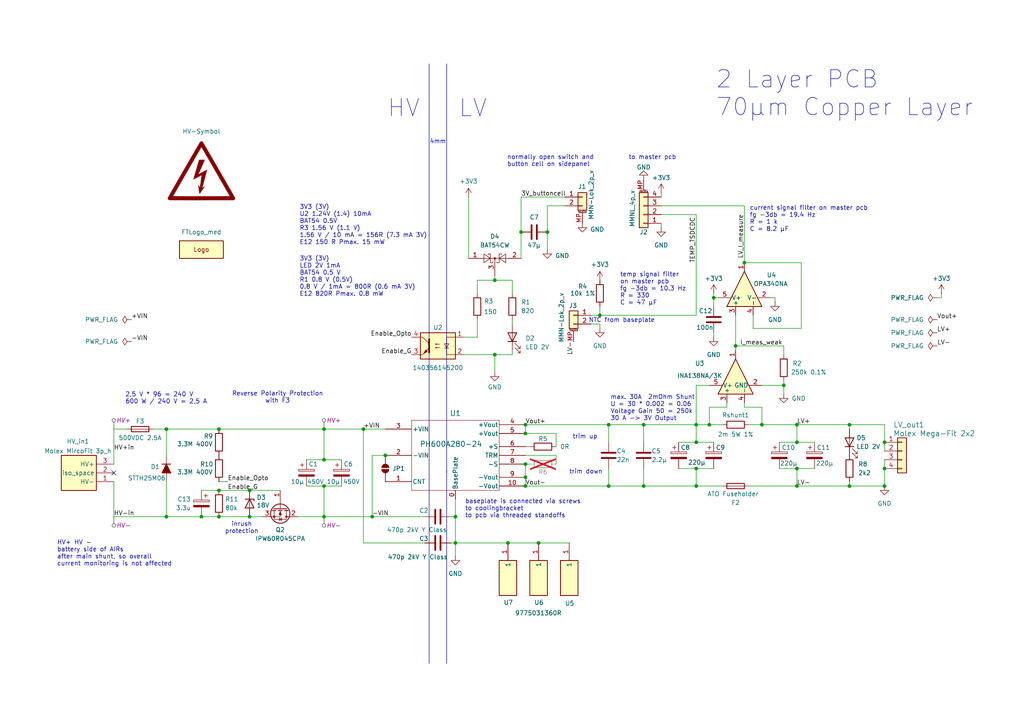
<source format=kicad_sch>
(kicad_sch (version 20250114) (generator "eeschema") (generator_version "9.0")
  (paper "A4")
  (title_block (title "TS-DCDC") (date "2024-12-12") (rev "0.5"))
  (lib_symbols
    (symbol "2024-11-18_21-41-11:PH600A280-24" (pin_names (offset 0.254))
      (property "Reference" "U1" (at 20.32 7.112 0))
      (property "Value" "PH600A280-24" (at 19.05 -1.778 0))
      (symbol "PH600A280-24_1_1"
        (pin power_in line (at 0 2.54 0) (length 7.62) (name "+VIN") (number "3"))
        (pin power_in line (at 0 -5.08 0) (length 7.62) (name "-VIN") (number "2"))
        (pin input line (at 0 -12.7 0) (length 7.62) (name "CNT") (number "1"))
        (pin passive line (at 20.32 -17.78 90) (length 2.54) (name "BasePlate") (number "0"))
        (pin power_out line (at 40.64 3.81 180) (length 7.62) (name "+Vout") (number "4"))
        (pin passive line (at 40.64 1.27 180) (length 7.62) (name "+Vout") (number "5"))
        (pin input line (at 40.64 -2.54 180) (length 7.62) (name "+S") (number "6"))
        (pin input line (at 40.64 -5.08 180) (length 7.62) (name "TRM") (number "7"))
        (pin input line (at 40.64 -7.62 180) (length 7.62) (name "-S") (number "8"))
        (pin passive line (at 40.64 -11.43 180) (length 7.62) (name "-Vout") (number "9"))
        (pin power_out line (at 40.64 -13.97 180) (length 7.62) (name "-Vout") (number "10"))
      )
    )
    (symbol "43650-0317:43650-0317"
      (property "Reference" "HV_in1" (at 18.542 -11.938 0))
      (property "Value" "Molex MircoFit 3p_h" (at 11.43 -9.398 0))
      (symbol "43650-0317_1_1"
        (pin power_out line (at 0 0 0) (length 5.08) (name "HV+") (number "3"))
        (pin passive line (at 0 -2.54 0) (length 5.08) (name "iso_space") (number "2"))
        (pin power_out line (at 0 -5.08 0) (length 5.08) (name "HV-") (number "1"))
      )
    )
    (symbol "9775031360R:9775031360R"
      (property "Reference" "U" (at 16.51 7.62 0))
      (property "Value" "9775031360R" (at 16.51 5.08 0))
      (symbol "9775031360R_1_1"
        (pin passive line (at 0 0 0) (length 5.08) (name "1") (number "1"))
      )
    )
    (symbol "Amplifier_Current:INA138" (pin_names (offset 0.127))
      (property "Reference" "U" (at 3.81 5.08 0))
      (property "Value" "INA138" (at 3.81 2.54 0))
      (symbol "INA138_1_1"
        (pin input line (at -7.62 2.54 0) (length 2.54) (name "+") (number "3"))
        (pin input line (at -7.62 -2.54 0) (length 2.54) (name "-") (number "4"))
        (pin power_in line (at -2.54 7.62 270) (length 3.81) (name "V+") (number "5"))
        (pin power_in line (at -2.54 -7.62 90) (length 3.81) (name "GND") (number "2"))
        (pin output line (at 7.62 0 180) (length 2.54) (name "~") (number "1"))
      )
    )
    (symbol "Amplifier_Operational:OPA340NA" (pin_names (offset 0.127))
      (property "Reference" "U" (at -1.27 6.35 0))
      (property "Value" "OPA340NA" (at -1.27 3.81 0))
      (symbol "OPA340NA_0_1"
        (pin power_in line (at -2.54 7.62 270) (length 3.81) (name "V+") (number "5"))
        (pin power_in line (at -2.54 -7.62 90) (length 3.81) (name "V-") (number "2"))
      )
      (symbol "OPA340NA_1_1"
        (pin input line (at -7.62 2.54 0) (length 2.54) (name "+") (number "3"))
        (pin input line (at -7.62 -2.54 0) (length 2.54) (name "-") (number "4"))
        (pin output line (at 7.62 0 180) (length 2.54) (name "~") (number "1"))
      )
    )
    (symbol "Conn_01x04_1" (pin_names (offset 1.016) (hide yes))
      (property "Reference" "LV_out1" (at -2.54 7.62 0))
      (property "Value" "Molex Mega-Fit 2x2" (at -2.54 5.08 0))
      (symbol "Conn_01x04_1_1_1"
        (pin power_in line (at -5.08 2.54 0) (length 3.81) (name "Pin_1") (number "1"))
        (pin power_in line (at -5.08 0 0) (length 3.81) (name "Pin_2") (number "2"))
        (pin power_in line (at -5.08 -2.54 0) (length 3.81) (name "Pin_3") (number "3"))
        (pin power_in line (at -5.08 -5.08 0) (length 3.81) (name "Pin_4") (number "4"))
      )
    )
    (symbol "Connector_Generic_MountingPin:Conn_01x02_MountingPin" (pin_names (offset 1.016) (hide yes))
      (property "Reference" "J" (at 0 2.54 0))
      (property "Value" "Conn_01x02_MountingPin" (at 1.27 -5.08 0))
      (symbol "Conn_01x02_MountingPin_1_1"
        (text "Mounting" (at 0 -4.191 0) (effects (font (size 0.381 0.381))))
        (pin passive line (at -5.08 0 0) (length 3.81) (name "Pin_1") (number "1"))
        (pin passive line (at -5.08 -2.54 0) (length 3.81) (name "Pin_2") (number "2"))
        (pin passive line (at 0 -7.62 90) (length 3.048) (name "MountPin") (number "MP"))
      )
    )
    (symbol "Connector_Generic_MountingPin:Conn_01x04_MountingPin" (pin_names (offset 1.016) (hide yes))
      (property "Reference" "J" (at 0 5.08 0))
      (property "Value" "Conn_01x04_MountingPin" (at 1.27 -7.62 0))
      (symbol "Conn_01x04_MountingPin_1_1"
        (text "Mounting" (at 0 -6.731 0) (effects (font (size 0.381 0.381))))
        (pin passive line (at -5.08 2.54 0) (length 3.81) (name "Pin_1") (number "1"))
        (pin passive line (at -5.08 0 0) (length 3.81) (name "Pin_2") (number "2"))
        (pin passive line (at -5.08 -2.54 0) (length 3.81) (name "Pin_3") (number "3"))
        (pin passive line (at -5.08 -5.08 0) (length 3.81) (name "Pin_4") (number "4"))
        (pin passive line (at 0 -10.16 90) (length 3.048) (name "MountPin") (number "MP"))
      )
    )
    (symbol "Device:C" (pin_numbers (hide yes)) (pin_names (offset 0.254))
      (property "Reference" "C" (at 0.635 2.54 0))
      (property "Value" "C" (at 0.635 -2.54 0))
      (symbol "C_1_1"
        (pin passive line (at 0 3.81 270) (length 2.794) (name "~") (number "1"))
        (pin passive line (at 0 -3.81 90) (length 2.794) (name "~") (number "2"))
      )
    )
    (symbol "Device:C_Polarized" (pin_numbers (hide yes)) (pin_names (offset 0.254))
      (property "Reference" "C" (at 0.635 2.54 0))
      (property "Value" "C_Polarized" (at 0.635 -2.54 0))
      (symbol "C_Polarized_1_1"
        (pin passive line (at 0 3.81 270) (length 2.794) (name "~") (number "1"))
        (pin passive line (at 0 -3.81 90) (length 2.794) (name "~") (number "2"))
      )
    )
    (symbol "Device:D_Filled" (pin_numbers (hide yes)) (pin_names (offset 1.016) (hide yes))
      (property "Reference" "D" (at 0 2.54 0))
      (property "Value" "D_Filled" (at 0 -2.54 0))
      (symbol "D_Filled_1_1"
        (pin passive line (at -3.81 0 0) (length 2.54) (name "K") (number "1"))
        (pin passive line (at 3.81 0 180) (length 2.54) (name "A") (number "2"))
      )
    )
    (symbol "Device:D_Zener" (pin_numbers (hide yes)) (pin_names (offset 1.016) (hide yes))
      (property "Reference" "D" (at 0 2.54 0))
      (property "Value" "D_Zener" (at 0 -2.54 0))
      (symbol "D_Zener_1_1"
        (pin passive line (at -3.81 0 0) (length 2.54) (name "K") (number "1"))
        (pin passive line (at 3.81 0 180) (length 2.54) (name "A") (number "2"))
      )
    )
    (symbol "Device:Fuse" (pin_numbers (hide yes)) (pin_names (offset 0))
      (property "Reference" "F" (at 2.032 0 90))
      (property "Value" "Fuse" (at -1.905 0 90))
      (symbol "Fuse_1_1"
        (pin passive line (at 0 3.81 270) (length 1.27) (name "~") (number "1"))
        (pin passive line (at 0 -3.81 90) (length 1.27) (name "~") (number "2"))
      )
    )
    (symbol "Device:LED" (pin_numbers (hide yes)) (pin_names (offset 1.016) (hide yes))
      (property "Reference" "D" (at 0 2.54 0))
      (property "Value" "LED" (at 0 -2.54 0))
      (symbol "LED_1_1"
        (pin passive line (at -3.81 0 0) (length 2.54) (name "K") (number "1"))
        (pin passive line (at 3.81 0 180) (length 2.54) (name "A") (number "2"))
      )
    )
    (symbol "Device:R" (pin_numbers (hide yes)) (pin_names (offset 0))
      (property "Reference" "R" (at 2.032 0 90))
      (property "Value" "R" (at 0 0 90))
      (symbol "R_1_1"
        (pin passive line (at 0 3.81 270) (length 1.27) (name "~") (number "1"))
        (pin passive line (at 0 -3.81 90) (length 1.27) (name "~") (number "2"))
      )
    )
    (symbol "Diode:BAT54CW" (pin_names (offset 1.016))
      (property "Reference" "D" (at 0.635 -3.81 0))
      (property "Value" "BAT54CW" (at -6.35 3.175 0))
      (symbol "BAT54CW_1_1"
        (pin passive line (at -7.62 0 0) (length 3.81) (name "~") (number "1"))
        (pin passive line (at 0 -5.08 90) (length 5.08) (name "~") (number "3"))
        (pin passive line (at 7.62 0 180) (length 3.81) (name "~") (number "2"))
      )
    )
    (symbol "FaSTTUBe_logos:FTLogo_med"
      (property "Value" "FTLogo_med" (at 0 -3.81 0))
      (symbol "FTLogo_med_0_0"
        (text "Logo" (at 0 0 0) (effects (font (size 1.27 1.27))))
      )
    )
    (symbol "FaSTTUBe_logos:HV-Symbol" (pin_names (offset 1.016))
      (property "Value" "HV-Symbol" (at 0 -10.16 0))
    )
    (symbol "Fuse_1" (pin_numbers (hide yes)) (pin_names (offset 0))
      (property "Reference" "F2" (at 4.826 0 90))
      (property "Value" "ATO Fuseholder" (at 2.286 0.762 90))
      (symbol "Fuse_1_1_1"
        (pin passive line (at 0 3.81 270) (length 1.27) (name "~") (number "1"))
        (pin passive line (at 0 -3.81 90) (length 1.27) (name "~") (number "2"))
      )
    )
    (symbol "Jumper:SolderJumper_2_Open" (pin_numbers (hide yes)) (pin_names (offset 0) (hide yes)) (exclude_from_sim yes) (in_bom no)
      (property "Reference" "JP" (at 0 2.032 0))
      (property "Value" "SolderJumper_2_Open" (at 0 -2.54 0))
      (symbol "SolderJumper_2_Open_1_1"
        (pin passive line (at -3.81 0 0) (length 2.54) (name "A") (number "1"))
        (pin passive line (at 3.81 0 180) (length 2.54) (name "B") (number "2"))
      )
    )
    (symbol "Relay_SolidState:34.81-7048"
      (property "Reference" "U2" (at 0 5.334 0))
      (property "Value" "140356145200" (at 0 -6.35 0))
      (symbol "34.81-7048_1_1"
        (pin passive line (at -7.62 2.54 0) (length 2.54) (name "") (number "1"))
        (pin passive line (at -7.62 -2.54 0) (length 2.54) (name "~") (number "2"))
        (pin passive line (at 7.62 2.54 180) (length 2.54) (name "~") (number "4"))
        (pin passive line (at 7.62 -2.54 180) (length 2.54) (name "~") (number "3"))
      )
    )
    (symbol "Transistor_FET:IPD50R380CE" (pin_names (hide yes))
      (property "Reference" "Q" (at 5.08 1.905 0))
      (property "Value" "IPD50R380CE" (at 5.08 0 0))
      (symbol "IPD50R380CE_1_1"
        (pin input line (at -5.08 0 0) (length 2.54) (name "G") (number "1"))
        (pin passive line (at 2.54 5.08 270) (length 2.54) (name "D") (number "2"))
        (pin passive line (at 2.54 -5.08 90) (length 2.54) (name "S") (number "3"))
      )
    )
    (symbol "power:+3V3" (power) (pin_numbers (hide yes)) (pin_names (offset 0) (hide yes))
      (property "Value" "+3V3" (at 0 3.556 0))
      (symbol "+3V3_1_1"
        (pin power_in line (at 0 0 90) (length 0) (name "~") (number "1"))
      )
    )
    (symbol "power:GND" (power) (pin_numbers (hide yes)) (pin_names (offset 0) (hide yes))
      (property "Value" "GND" (at 0 -3.81 0))
      (symbol "GND_1_1"
        (pin power_in line (at 0 0 270) (length 0) (name "~") (number "1"))
      )
    )
    (symbol "power:PWR_FLAG" (power) (pin_numbers (hide yes)) (pin_names (offset 0) (hide yes))
      (property "Value" "PWR_FLAG" (at 0 3.81 0))
      (symbol "PWR_FLAG_0_0"
        (pin power_out line (at 0 0 90) (length 0) (name "~") (number "1"))
      )
    )
  )
  (text "trim down" (at 169.926 136.906 0) (effects (font (size 1.27 1.27))))
  (text "inrush\nprotection" (at 70.104 153.162 0) (effects (font (size 1.27 1.27))))
  (text "3V3 (3V)\nU2 1.24V (1.4) 10mA\nBAT54 0.5V\nR3 1.56 V (1.1 V)\n1.56 V / 10 mA = 156R (7.3 mA 3V)\nE12 150 R Pmax. 15 mW\n" (at 86.868 65.278 0) (effects (font (size 1.27 1.27)) (justify left)))
  (text "max. 30A  2mOhm Shunt \nU = 30 * 0.002 = 0.06\nVoltage Gain 50 = 250k\n30 A -> 3V Output\n" (at 177.038 118.364 0) (effects (font (size 1.27 1.27)) (justify left)))
  (text "trim up" (at 169.672 126.746 0) (effects (font (size 1.27 1.27))))
  (text "2,5 V * 96 = 240 V\n600 W / 240 V = 2,5 A\n" (at 36.322 115.57 0) (effects (font (size 1.27 1.27)) (justify left)))
  (text "current signal filter on master pcb\nfg -3db = 19.4 Hz\nR = 1 k\nC = 8.2 µF\n" (at 217.424 63.5 0) (effects (font (size 1.27 1.27)) (justify left)))
  (text "LV" (at 137.16 31.496 0) (effects (font (size 5 5))))
  (text "4mm" (at 127 41.148 0) (effects (font (size 1.27 1.27))))
  (text "normally open switch and\nbutton cell on sidepanel\n " (at 147.066 44.958 0) (effects (font (size 1.27 1.27)) (justify left top)))
  (text "NTC from baseplate" (at 180.34 92.964 0) (effects (font (size 1.27 1.27))))
  (text "HV" (at 117.094 31.496 0) (effects (font (size 5 5))))
  (text "3V3 (3V)\nLED 2V 1mA\nBAT54 0.5 V \nR1 0.8 V (0.5V)\n0.8 V / 1mA = 800R (0.6 mA 3V)\nE12 820R Pmax. 0.8 mW" (at 86.868 80.264 0) (effects (font (size 1.27 1.27)) (justify left)))
  (text "HV+ HV -\nbattery side of AIRs\nafter main shunt, so overall \ncurrent monitoring is not affected" (at 16.51 160.528 0) (effects (font (size 1.27 1.27)) (justify left)))
  (text "to master pcb" (at 189.23 45.72 0) (effects (font (size 1.27 1.27))))
  (text "baseplate is connected via screws \nto coolingbracket\nto pcb via threaded standoffs\n" (at 134.874 147.574 0) (effects (font (size 1.27 1.27)) (justify left)))
  (text "temp signal filter \non master pcb\nfg -3db = 10.3 Hz\nR = 330\nC = 47 µF" (at 179.832 83.82 0) (effects (font (size 1.27 1.27)) (justify left)))
  (text "Reverse Polarity Protection\nwith F3" (at 80.518 115.316 0) (effects (font (size 1.27 1.27))))
  (text "2 Layer PCB \n70µm Copper Layer\n" (at 207.518 27.178 0) (effects (font (size 5 5)) (justify left)))
  (junction (at 152.4 134.62))
  (junction (at 186.69 123.19))
  (junction (at 207.01 86.36))
  (junction (at 63.5 124.46))
  (junction (at 48.26 124.46))
  (junction (at 143.51 81.28))
  (junction (at 201.93 128.27))
  (junction (at 107.95 149.86))
  (junction (at 213.36 100.33))
  (junction (at 48.26 149.86))
  (junction (at 231.14 123.19))
  (junction (at 176.53 123.19))
  (junction (at 105.41 124.46))
  (junction (at 151.13 67.31))
  (junction (at 152.4 138.43))
  (junction (at 147.32 157.48))
  (junction (at 201.93 135.89))
  (junction (at 152.4 123.19))
  (junction (at 246.38 123.19))
  (junction (at 132.08 157.48))
  (junction (at 72.39 142.24))
  (junction (at 152.4 140.97))
  (junction (at 205.74 123.19))
  (junction (at 201.93 123.19))
  (junction (at 176.53 140.97))
  (junction (at 72.39 149.86))
  (junction (at 231.14 128.27))
  (junction (at 231.14 135.89))
  (junction (at 93.98 149.86))
  (junction (at 173.99 91.44))
  (junction (at 158.75 67.31))
  (junction (at 156.21 157.48))
  (junction (at 152.4 125.73))
  (junction (at 201.93 140.97))
  (junction (at 220.98 123.19))
  (junction (at 132.08 149.86))
  (junction (at 256.54 128.27))
  (junction (at 111.76 132.08))
  (junction (at 58.42 149.86))
  (junction (at 93.98 124.46))
  (junction (at 186.69 140.97))
  (junction (at 93.98 140.97))
  (junction (at 215.9 76.2))
  (junction (at 246.38 140.97))
  (junction (at 256.54 135.89))
  (junction (at 227.33 111.76))
  (junction (at 256.54 140.97))
  (junction (at 143.51 102.87))
  (junction (at 231.14 140.97))
  (junction (at 63.5 149.86))
  (junction (at 93.98 133.35))
  (junction (at 63.5 142.24))
  (no_connect (at 33.02 137.16))
  (wire (pts (xy 231.14 135.89) (xy 231.14 140.97)))
  (wire (pts (xy 132.08 144.78) (xy 132.08 149.86)))
  (wire (pts (xy 72.39 142.24) (xy 81.28 142.24)))
  (wire (pts (xy 231.14 128.27) (xy 236.22 128.27)))
  (wire (pts (xy 48.26 149.86) (xy 58.42 149.86)))
  (wire (pts (xy 33.02 139.7) (xy 33.02 149.86)))
  (wire (pts (xy 176.53 123.19) (xy 176.53 128.27)))
  (wire (pts (xy 176.53 135.89) (xy 176.53 140.97)))
  (wire (pts (xy 158.75 59.69) (xy 158.75 67.31)))
  (wire (pts (xy 148.59 102.87) (xy 148.59 101.6)))
  (wire (pts (xy 201.93 123.19) (xy 205.74 123.19)))
  (wire (pts (xy 107.95 132.08) (xy 107.95 149.86)))
  (wire (pts (xy 152.4 134.62) (xy 153.67 134.62)))
  (wire (pts (xy 226.06 128.27) (xy 231.14 128.27)))
  (wire (pts (xy 72.39 149.86) (xy 76.2 149.86)))
  (wire (pts (xy 107.95 132.08) (xy 111.76 132.08)))
  (wire (pts (xy 201.93 111.76) (xy 205.74 111.76)))
  (wire (pts (xy 143.51 81.28) (xy 143.51 80.01)))
  (wire (pts (xy 273.05 86.36) (xy 271.78 86.36)))
  (wire (pts (xy 151.13 57.15) (xy 163.83 57.15)))
  (wire (pts (xy 132.08 149.86) (xy 130.81 149.86)))
  (wire (pts (xy 201.93 62.23) (xy 201.93 91.44)))
  (wire (pts (xy 152.4 132.08) (xy 161.29 132.08)))
  (wire (pts (xy 173.99 93.98) (xy 171.45 93.98)))
  (wire (pts (xy 138.43 81.28) (xy 138.43 85.09)))
  (wire (pts (xy 132.08 157.48) (xy 147.32 157.48)))
  (wire (pts (xy 44.45 124.46) (xy 48.26 124.46)))
  (wire (pts (xy 93.98 133.35) (xy 99.06 133.35)))
  (wire (pts (xy 205.74 123.19) (xy 209.55 123.19)))
  (wire (pts (xy 33.02 124.46) (xy 36.83 124.46)))
  (wire (pts (xy 134.62 97.79) (xy 138.43 97.79)))
  (wire (pts (xy 207.01 96.52) (xy 207.01 97.79)))
  (wire (pts (xy 201.93 111.76) (xy 201.93 123.19)))
  (wire (pts (xy 210.82 116.84) (xy 210.82 118.11)))
  (wire (pts (xy 210.82 118.11) (xy 205.74 118.11)))
  (wire (pts (xy 135.89 57.15) (xy 135.89 74.93)))
  (wire (pts (xy 33.02 124.46) (xy 33.02 134.62)))
  (wire (pts (xy 218.44 95.25) (xy 232.41 95.25)))
  (wire (pts (xy 161.29 134.62) (xy 161.29 132.08)))
  (wire (pts (xy 227.33 111.76) (xy 227.33 114.3)))
  (wire (pts (xy 152.4 123.19) (xy 176.53 123.19)))
  (polyline (pts (xy 124.46 18.542) (xy 124.46 192.405)))
  (wire (pts (xy 208.28 86.36) (xy 207.01 86.36)))
  (wire (pts (xy 191.77 66.04) (xy 191.77 64.77)))
  (wire (pts (xy 151.13 57.15) (xy 151.13 67.31)))
  (wire (pts (xy 152.4 138.43) (xy 152.4 134.62)))
  (wire (pts (xy 33.02 149.86) (xy 48.26 149.86)))
  (wire (pts (xy 217.17 140.97) (xy 231.14 140.97)))
  (wire (pts (xy 105.41 157.48) (xy 123.19 157.48)))
  (wire (pts (xy 105.41 124.46) (xy 111.76 124.46)))
  (wire (pts (xy 143.51 81.28) (xy 148.59 81.28)))
  (wire (pts (xy 143.51 102.87) (xy 148.59 102.87)))
  (wire (pts (xy 220.98 118.11) (xy 220.98 123.19)))
  (wire (pts (xy 66.04 139.7) (xy 63.5 139.7)))
  (wire (pts (xy 63.5 142.24) (xy 58.42 142.24)))
  (wire (pts (xy 224.79 87.63) (xy 224.79 86.36)))
  (wire (pts (xy 186.69 123.19) (xy 201.93 123.19)))
  (wire (pts (xy 152.4 129.54) (xy 153.67 129.54)))
  (wire (pts (xy 88.9 133.35) (xy 93.98 133.35)))
  (wire (pts (xy 213.36 91.44) (xy 213.36 100.33)))
  (wire (pts (xy 186.69 140.97) (xy 201.93 140.97)))
  (wire (pts (xy 173.99 88.9) (xy 173.99 91.44)))
  (wire (pts (xy 107.95 149.86) (xy 123.19 149.86)))
  (wire (pts (xy 63.5 149.86) (xy 72.39 149.86)))
  (wire (pts (xy 213.36 100.33) (xy 227.33 100.33)))
  (wire (pts (xy 173.99 91.44) (xy 201.93 91.44)))
  (wire (pts (xy 186.69 123.19) (xy 186.69 128.27)))
  (wire (pts (xy 220.98 111.76) (xy 227.33 111.76)))
  (wire (pts (xy 201.93 128.27) (xy 207.01 128.27)))
  (wire (pts (xy 186.69 135.89) (xy 186.69 140.97)))
  (wire (pts (xy 201.93 135.89) (xy 201.93 140.97)))
  (wire (pts (xy 158.75 67.31) (xy 158.75 72.39)))
  (wire (pts (xy 220.98 118.11) (xy 215.9 118.11)))
  (wire (pts (xy 226.06 135.89) (xy 231.14 135.89)))
  (wire (pts (xy 93.98 124.46) (xy 93.98 133.35)))
  (polyline (pts (xy 129.54 136.525) (xy 129.54 192.405)))
  (wire (pts (xy 93.98 140.97) (xy 99.06 140.97)))
  (wire (pts (xy 152.4 123.19) (xy 152.4 125.73)))
  (wire (pts (xy 191.77 57.15) (xy 191.77 55.88)))
  (wire (pts (xy 232.41 76.2) (xy 215.9 76.2)))
  (wire (pts (xy 201.93 140.97) (xy 209.55 140.97)))
  (wire (pts (xy 161.29 125.73) (xy 152.4 125.73)))
  (wire (pts (xy 93.98 124.46) (xy 105.41 124.46)))
  (wire (pts (xy 48.26 139.7) (xy 48.26 149.86)))
  (wire (pts (xy 205.74 118.11) (xy 205.74 123.19)))
  (wire (pts (xy 147.32 157.48) (xy 156.21 157.48)))
  (wire (pts (xy 138.43 81.28) (xy 143.51 81.28)))
  (wire (pts (xy 196.85 128.27) (xy 201.93 128.27)))
  (wire (pts (xy 196.85 135.89) (xy 201.93 135.89)))
  (wire (pts (xy 232.41 95.25) (xy 232.41 76.2)))
  (wire (pts (xy 93.98 140.97) (xy 88.9 140.97)))
  (wire (pts (xy 163.83 59.69) (xy 158.75 59.69)))
  (wire (pts (xy 246.38 124.46) (xy 246.38 123.19)))
  (wire (pts (xy 176.53 123.19) (xy 186.69 123.19)))
  (wire (pts (xy 213.36 100.33) (xy 213.36 101.6)))
  (wire (pts (xy 224.79 86.36) (xy 223.52 86.36)))
  (wire (pts (xy 173.99 91.44) (xy 171.45 91.44)))
  (wire (pts (xy 231.14 135.89) (xy 236.22 135.89)))
  (wire (pts (xy 217.17 123.19) (xy 220.98 123.19)))
  (wire (pts (xy 215.9 59.69) (xy 215.9 76.2)))
  (wire (pts (xy 231.14 140.97) (xy 246.38 140.97)))
  (wire (pts (xy 231.14 123.19) (xy 231.14 128.27)))
  (wire (pts (xy 201.93 135.89) (xy 207.01 135.89)))
  (wire (pts (xy 191.77 59.69) (xy 215.9 59.69)))
  (polyline (pts (xy 129.54 18.542) (xy 129.54 137.16)))
  (wire (pts (xy 86.36 149.86) (xy 93.98 149.86)))
  (wire (pts (xy 152.4 140.97) (xy 152.4 138.43)))
  (wire (pts (xy 48.26 132.08) (xy 48.26 124.46)))
  (wire (pts (xy 143.51 102.87) (xy 143.51 107.95)))
  (wire (pts (xy 152.4 140.97) (xy 176.53 140.97)))
  (wire (pts (xy 93.98 149.86) (xy 107.95 149.86)))
  (wire (pts (xy 256.54 128.27) (xy 256.54 130.81)))
  (wire (pts (xy 256.54 133.35) (xy 256.54 135.89)))
  (wire (pts (xy 246.38 123.19) (xy 256.54 123.19)))
  (wire (pts (xy 63.5 142.24) (xy 72.39 142.24)))
  (wire (pts (xy 176.53 140.97) (xy 186.69 140.97)))
  (wire (pts (xy 148.59 92.71) (xy 148.59 93.98)))
  (wire (pts (xy 48.26 124.46) (xy 63.5 124.46)))
  (wire (pts (xy 173.99 93.98) (xy 173.99 95.25)))
  (wire (pts (xy 215.9 118.11) (xy 215.9 116.84)))
  (wire (pts (xy 138.43 92.71) (xy 138.43 97.79)))
  (wire (pts (xy 256.54 135.89) (xy 256.54 140.97)))
  (wire (pts (xy 151.13 67.31) (xy 151.13 74.93)))
  (wire (pts (xy 58.42 149.86) (xy 63.5 149.86)))
  (wire (pts (xy 148.59 81.28) (xy 148.59 85.09)))
  (wire (pts (xy 161.29 129.54) (xy 161.29 125.73)))
  (wire (pts (xy 246.38 139.7) (xy 246.38 140.97)))
  (wire (pts (xy 132.08 157.48) (xy 130.81 157.48)))
  (wire (pts (xy 132.08 161.29) (xy 132.08 157.48)))
  (wire (pts (xy 105.41 124.46) (xy 105.41 157.48)))
  (wire (pts (xy 273.05 85.09) (xy 273.05 86.36)))
  (wire (pts (xy 63.5 124.46) (xy 93.98 124.46)))
  (wire (pts (xy 165.1 157.48) (xy 156.21 157.48)))
  (wire (pts (xy 227.33 100.33) (xy 227.33 102.87)))
  (wire (pts (xy 220.98 123.19) (xy 231.14 123.19)))
  (wire (pts (xy 207.01 86.36) (xy 207.01 85.09)))
  (wire (pts (xy 132.08 149.86) (xy 132.08 157.48)))
  (wire (pts (xy 256.54 140.97) (xy 246.38 140.97)))
  (wire (pts (xy 256.54 123.19) (xy 256.54 128.27)))
  (wire (pts (xy 207.01 86.36) (xy 207.01 88.9)))
  (wire (pts (xy 227.33 110.49) (xy 227.33 111.76)))
  (wire (pts (xy 143.51 102.87) (xy 134.62 102.87)))
  (wire (pts (xy 231.14 123.19) (xy 246.38 123.19)))
  (wire (pts (xy 201.93 62.23) (xy 191.77 62.23)))
  (wire (pts (xy 218.44 95.25) (xy 218.44 91.44)))
  (wire (pts (xy 93.98 149.86) (xy 93.98 140.97)))
  (wire (pts (xy 201.93 123.19) (xy 201.93 128.27)))
  (label "LV+" (at 231.14 123.19 0))
  (label "+VIN" (at 38.1 92.71 0))
  (label "LV-" (at 231.14 140.97 0))
  (label "Vout-" (at 152.4 140.97 0))
  (label "TEMP_TSDCDC" (at 201.93 76.2 90))
  (label "LV-" (at 271.78 100.33 0))
  (label "Vout+" (at 271.78 92.71 0))
  (label "-VIN" (at 38.1 99.06 0))
  (label "-VIN" (at 107.95 149.86 0))
  (label "LV_I_measure" (at 215.9 74.93 90))
  (label "HV+in" (at 33.02 130.81 0))
  (label "I_meas_weak" (at 214.63 100.33 0))
  (label "3V_buttoncell" (at 151.13 57.15 0))
  (label "LV-" (at 166.37 99.06 270))
  (label "Enable_G" (at 66.04 142.24 0))
  (label "HV-in" (at 33.02 149.86 0))
  (label "Enable_Opto" (at 66.04 139.7 0))
  (label "Vout+" (at 152.4 123.19 0))
  (label "Enable_G" (at 119.38 102.87 180))
  (label "Enable_Opto" (at 119.38 97.79 180))
  (label "+VIN" (at 105.41 124.46 0))
  (label "LV+" (at 271.78 96.52 0))
  (netclass_flag "" (length 2.54) (shape round) (at 33.02 124.46 0) (property "Netclass" "HV+" (at 33.7185 121.92 0) (effects (font (italic yes)) (justify left))))
  (netclass_flag "" (length 2.54) (shape round) (at 33.02 149.86 180) (property "Netclass" "HV-" (at 33.7185 152.4 0) (effects (font (italic yes)) (justify left))))
  (netclass_flag "" (length 2.54) (shape round) (at 93.98 124.46 0) (property "Netclass" "HV+" (at 94.6785 121.92 0) (effects (font (italic yes)) (justify left))))
  (netclass_flag "" (length 2.54) (shape round) (at 93.98 149.86 180) (property "Netclass" "HV-" (at 94.6785 152.4 0) (effects (font (italic yes)) (justify left))))
  (symbol (lib_id "9775031360R:9775031360R") (at 165.1 157.48 270) (unit 1)
    (property "Reference" "U5" (at 163.83 175.006 90) (effects (justify left)))
    (property "Value" "9775031360R" (effects (hide yes)))
    (property "Footprint" "9775031360R" (effects (hide yes)))
    (property "Datasheet" "https://www.we-online.com/components/products/datasheet/9775031360R.pdf" (effects (hide yes)))
    (property "Description" "Round Standoff Threaded M3 Steel 0.039\" (1.00mm)" (effects (hide yes)))
    (property "Height" "4.2" (effects (hide yes)))
    (property "Mouser Part Number" "710-9775031360R" (effects (hide yes)))
    (property "Mouser Price/Stock" "https://www.mouser.co.uk/ProductDetail/Wurth-Elektronik/9775031360R?qs=lBTPRtX1sU%252BooRt%2F6rjYpA%3D%3D" (effects (hide yes)))
    (property "Manufacturer_Name" "Wurth Elektronik" (effects (hide yes)))
    (property "Manufacturer_Part_Number" "9775031360R" (effects (hide yes)))
  )
  (symbol (lib_id "Device:LED") (at 148.59 97.79 90) (unit 1)
    (property "Reference" "D2" (at 152.4 98.1074 90) (effects (justify right)))
    (property "Value" "LED 2V" (at 152.4 100.6474 90) (effects (justify right)))
    (property "Footprint" "LED_SMD:LED_0603_1608Metric" (effects (hide yes)))
    (property "Description" "Light emitting diode" (effects (hide yes)))
  )
  (symbol (lib_id "Device:C_Polarized") (at 196.85 132.08 0) (unit 1)
    (property "Reference" "C8" (at 200.152 129.794 0) (effects (justify right)))
    (property "Value" "220µ" (at 204.724 134.112 0) (effects (justify right)))
    (property "Footprint" "Capacitor_THT:CP_Radial_D10.0mm_P5.00mm" (effects (hide yes)))
    (property "Datasheet" "https://mou.sr/3E8B9GR" (effects (hide yes)))
    (property "Description" "Polarized capacitor" (effects (hide yes)))
  )
  (symbol (lib_id "Device:C") (at 176.53 132.08 0) (unit 1)
    (property "Reference" "C4" (at 178.816 130.81 0) (effects (justify left)))
    (property "Value" "22n" (at 178.816 133.35 0) (effects (justify left)))
    (property "Footprint" "Capacitor_SMD:C_1206_3216Metric" (effects (hide yes)))
    (property "Description" "Unpolarized capacitor" (effects (hide yes)))
  )
  (symbol (lib_id "Device:R") (at 246.38 135.89 0) (unit 1)
    (property "Reference" "R8" (at 248.92 134.6199 0) (effects (justify left)))
    (property "Value" "2k2" (at 248.92 137.1599 0) (effects (justify left)))
    (property "Footprint" "Resistor_SMD:R_0603_1608Metric" (effects (hide yes)))
    (property "Description" "Resistor" (effects (hide yes)))
  )
  (symbol (lib_id "Connector_Generic_MountingPin:Conn_01x04_MountingPin") (at 186.69 62.23 180) (unit 1)
    (property "Reference" "J2" (at 186.69 67.31 0))
    (property "Value" "MMNL_4p_v" (at 183.388 60.452 90))
    (property "Footprint" "FaSTTUBe_connectors:Micro_Mate-N-Lok_4p_vertical" (effects (hide yes)))
    (property "Description" "Generic connectable mounting pin connector, single row, 01x04, script generated (kicad-library-utils/schlib/autogen/connector/)" (effects (hide yes)))
  )
  (symbol (lib_id "power:GND") (at 256.54 140.97 0) (unit 1)
    (property "Reference" "#PWR01" (effects (hide yes)))
    (property "Value" "GND" (at 256.54 146.05 0))
    (property "Description" "Power symbol creates a global label with name \"GND\" , ground" (effects (hide yes)))
  )
  (symbol (lib_id "Device:R") (at 157.48 129.54 90) (unit 1)
    (property "Reference" "R5" (at 157.48 127.254 90))
    (property "Value" "0R" (at 163.83 129.54 90))
    (property "Footprint" "Resistor_SMD:R_0603_1608Metric" (effects (hide yes)))
    (property "Description" "Resistor" (effects (hide yes)))
  )
  (symbol (lib_id "power:PWR_FLAG") (at 38.1 92.71 90) (unit 1)
    (property "Reference" "#FLG02" (effects (hide yes)))
    (property "Value" "PWR_FLAG" (at 34.29 92.7099 90) (effects (justify left)))
    (property "Description" "Special symbol for telling ERC where power comes from" (effects (hide yes)))
  )
  (symbol (lib_id "power:+3V3") (at 191.77 55.88 0) (mirror y) (unit 1)
    (property "Reference" "#PWR05" (effects (hide yes)))
    (property "Value" "+3V3" (at 191.77 51.562 0))
    (property "Description" "Power symbol creates a global label with name \"+3V3\"" (effects (hide yes)))
  )
  (symbol (lib_id "Amplifier_Operational:OPA340NA") (at 215.9 83.82 90) (unit 1)
    (property "Reference" "U4" (at 223.774 79.756 90))
    (property "Value" "OPA340NA" (at 223.52 82.296 90))
    (property "Footprint" "Package_TO_SOT_SMD:SOT-23-5" (effects (hide yes)))
    (property "Datasheet" "http://www.ti.com/lit/ds/symlink/opa340.pdf" (effects (hide yes)))
    (property "Description" "Single Single-Supply, Rail-to-Rail Operational Amplifier, MicroAmplifier Series, SOT-23-5" (effects (hide yes)))
  )
  (symbol (lib_id "Jumper:SolderJumper_2_Open") (at 111.76 135.89 90) (unit 1) (in_bom no)
    (property "Reference" "JP1" (at 113.792 135.89 90) (effects (justify right)))
    (property "Value" "SolderJumper_2_Open" (effects (hide yes)))
    (property "Footprint" "Jumper:SolderJumper-2_P1.3mm_Open_RoundedPad1.0x1.5mm" (effects (hide yes)))
    (property "Description" "Solder Jumper, 2-pole, open" (effects (hide yes)))
  )
  (symbol (lib_id "Device:C_Polarized") (at 226.06 132.08 0) (unit 1)
    (property "Reference" "C10" (at 230.632 129.794 0) (effects (justify right)))
    (property "Value" "220µ" (at 231.394 134.366 0) (effects (justify right)))
    (property "Footprint" "Capacitor_THT:CP_Radial_D10.0mm_P5.00mm" (effects (hide yes)))
    (property "Datasheet" "https://mou.sr/3E8B9GR" (effects (hide yes)))
    (property "Description" "Polarized capacitor" (effects (hide yes)))
  )
  (symbol (lib_id "Device:LED") (at 246.38 128.27 90) (unit 1)
    (property "Reference" "D5" (at 248.412 127 90) (effects (justify right)))
    (property "Value" "LED 2V" (at 248.412 129.54 90) (effects (justify right)))
    (property "Footprint" "LED_SMD:LED_0603_1608Metric" (effects (hide yes)))
    (property "Description" "Light emitting diode" (effects (hide yes)))
  )
  (symbol (lib_id "Device:C_Polarized") (at 88.9 137.16 0) (unit 1)
    (property "Reference" "C1" (at 92.202 134.62 0) (effects (justify right)))
    (property "Value" "10µ 450V" (at 93.98 139.7 0) (effects (justify right)))
    (property "Footprint" "Capacitor_THT:CP_Radial_D12.5mm_P5.00mm" (effects (hide yes)))
    (property "Datasheet" "https://www.mouser.de/ProductDetail/KEMET/ESZ106M450AK5AA?qs=sGAEpiMZZMvwFf0viD3Y3fHxNcSaiftw0pmshQ94%2F5xScmFOjO6%2FmQ%3D%3D" (effects (hide yes)))
    (property "Description" "Polarized capacitor" (effects (hide yes)))
  )
  (symbol (lib_id "Device:C") (at 127 149.86 90) (unit 1)
    (property "Reference" "C2" (at 122.936 148.082 90))
    (property "Value" "470p 2kV Y Class" (at 120.904 153.67 90))
    (property "Footprint" "footprints:VY1471M29Y5UC63V0" (effects (hide yes)))
    (property "Datasheet" "https://www.vishay.com/docs/28537/vy1series.pdf" (effects (hide yes)))
    (property "Description" "Unpolarized capacitor" (effects (hide yes)))
  )
  (symbol (lib_id "power:PWR_FLAG") (at 271.78 100.33 90) (unit 1)
    (property "Reference" "#FLG05" (effects (hide yes)))
    (property "Value" "PWR_FLAG" (at 267.97 100.3299 90) (effects (justify left)))
    (property "Description" "Special symbol for telling ERC where power comes from" (effects (hide yes)))
  )
  (symbol (lib_id "Device:C_Polarized") (at 207.01 132.08 0) (unit 1)
    (property "Reference" "C9" (at 210.312 129.794 0) (effects (justify right)))
    (property "Value" "220µ" (effects (hide yes)))
    (property "Footprint" "Capacitor_THT:CP_Radial_D10.0mm_P5.00mm" (effects (hide yes)))
    (property "Datasheet" "https://mou.sr/3E8B9GR" (effects (hide yes)))
    (property "Description" "Polarized capacitor" (effects (hide yes)))
  )
  (symbol (lib_id "9775031360R:9775031360R") (at 156.21 157.48 270) (unit 1)
    (property "Reference" "U6" (at 154.94 174.752 90) (effects (justify left)))
    (property "Value" "9775031360R" (at 149.352 177.8 90) (effects (justify left)))
    (property "Footprint" "9775031360R" (effects (hide yes)))
    (property "Datasheet" "https://www.we-online.com/components/products/datasheet/9775031360R.pdf" (effects (hide yes)))
    (property "Description" "Round Standoff Threaded M3 Steel 0.039\" (1.00mm)" (effects (hide yes)))
    (property "Height" "4.2" (effects (hide yes)))
    (property "Mouser Part Number" "710-9775031360R" (effects (hide yes)))
    (property "Mouser Price/Stock" "https://www.mouser.co.uk/ProductDetail/Wurth-Elektronik/9775031360R?qs=lBTPRtX1sU%252BooRt%2F6rjYpA%3D%3D" (effects (hide yes)))
    (property "Manufacturer_Name" "Wurth Elektronik" (effects (hide yes)))
    (property "Manufacturer_Part_Number" "9775031360R" (effects (hide yes)))
  )
  (symbol (lib_id "Device:R") (at 148.59 88.9 0) (unit 1)
    (property "Reference" "R1" (at 151.13 87.6299 0) (effects (justify left)))
    (property "Value" "820" (at 151.13 90.1699 0) (effects (justify left)))
    (property "Footprint" "Resistor_SMD:R_0603_1608Metric" (effects (hide yes)))
    (property "Description" "Resistor" (effects (hide yes)))
  )
  (symbol (lib_id "power:GND") (at 207.01 97.79 0) (unit 1)
    (property "Reference" "#PWR013" (effects (hide yes)))
    (property "Value" "GND" (at 207.01 102.87 0))
    (property "Description" "Power symbol creates a global label with name \"GND\" , ground" (effects (hide yes)))
  )
  (symbol (lib_id "2024-11-18_21-41-11:PH600A280-24") (at 111.76 127 0) (unit 1)
    (property "Reference" "U1" (at 132.08 119.888 0) (effects (font (size 1.524 1.524))))
    (property "Value" "PH600A280-24" (at 130.81 128.778 0) (effects (font (size 1.524 1.524))))
    (property "Footprint" "footprints:PH300A_thru_PH600A_TDK" (effects (hide yes)))
    (property "Datasheet" "https://product.tdk.com/system/files/dam/doc/product/power/switching-power/dc-dc-converter/instruction_manual/ph_a280_apl.pdf" (effects (hide yes)))
  )
  (symbol (lib_id "power:PWR_FLAG") (at 271.78 86.36 90) (unit 1)
    (property "Reference" "#FLG01" (effects (hide yes)))
    (property "Value" "PWR_FLAG" (at 267.97 86.36 90) (effects (justify left)))
    (property "Description" "Special symbol for telling ERC where power comes from" (effects (hide yes)))
  )
  (symbol (lib_id "Device:C") (at 154.94 67.31 90) (unit 1)
    (property "Reference" "C7" (at 154.94 62.992 90))
    (property "Value" "47µ" (at 154.94 71.12 90))
    (property "Footprint" "Capacitor_SMD:C_1210_3225Metric" (effects (hide yes)))
    (property "Description" "Unpolarized capacitor" (effects (hide yes)))
  )
  (symbol (lib_id "power:+3V3") (at 173.99 81.28 0) (mirror y) (unit 1)
    (property "Reference" "#PWR08" (effects (hide yes)))
    (property "Value" "+3V3" (at 173.99 76.708 0))
    (property "Description" "Power symbol creates a global label with name \"+3V3\"" (effects (hide yes)))
  )
  (symbol (lib_id "FaSTTUBe_logos:HV-Symbol") (at 58.42 49.53 0) (unit 1)
    (property "Reference" "#Logo2" (effects (hide yes)))
    (property "Value" "HV-Symbol" (at 58.4225 38.1 0))
    (property "Footprint" "FaSTTUBe_logos:HV-Warning" (effects (hide yes)))
  )
  (symbol (lib_id "power:GND") (at 227.33 114.3 0) (unit 1)
    (property "Reference" "#PWR02" (effects (hide yes)))
    (property "Value" "GND" (at 231.648 115.57 0))
    (property "Description" "Power symbol creates a global label with name \"GND\" , ground" (effects (hide yes)))
  )
  (symbol (lib_id "Device:C_Polarized") (at 58.42 146.05 0) (mirror y) (unit 1)
    (property "Reference" "C13" (at 55.372 144.78 0) (effects (justify left)))
    (property "Value" "3.3u" (at 55.372 147.32 0) (effects (justify left)))
    (property "Footprint" "Capacitor_SMD:C_0805_2012Metric" (effects (hide yes)))
    (property "Datasheet" "https://www.mouser.de/ProductDetail/Vishay-Sprague/TMCP1C335MTRF?qs=WatphXlIDnw3%252BW9g7D2QaA%3D%3D" (effects (hide yes)))
    (property "Description" "Polarized capacitor" (effects (hide yes)))
  )
  (symbol (lib_id "Device:R") (at 63.5 146.05 0) (unit 1)
    (property "Reference" "R11" (at 65.278 144.78 0) (effects (justify left)))
    (property "Value" "80k" (at 65.278 147.32 0) (effects (justify left)))
    (property "Footprint" "Resistor_SMD:R_0603_1608Metric" (effects (hide yes)))
    (property "Description" "Resistor" (effects (hide yes)))
  )
  (symbol (lib_id "Device:C_Polarized") (at 236.22 132.08 0) (unit 1)
    (property "Reference" "C11" (at 240.792 129.794 0) (effects (justify right)))
    (property "Value" "220µ" (at 241.808 134.366 0) (effects (justify right)))
    (property "Footprint" "Capacitor_THT:CP_Radial_D10.0mm_P5.00mm" (effects (hide yes)))
    (property "Datasheet" "https://mou.sr/3E8B9GR" (effects (hide yes)))
    (property "Description" "Polarized capacitor" (effects (hide yes)))
  )
  (symbol (lib_id "power:GND") (at 132.08 161.29 0) (unit 1)
    (property "Reference" "#PWR010" (effects (hide yes)))
    (property "Value" "GND" (at 132.08 166.37 0))
    (property "Description" "Power symbol creates a global label with name \"GND\" , ground" (effects (hide yes)))
  )
  (symbol (lib_id "Relay_SolidState:34.81-7048") (at 127 100.33 0) (mirror y) (unit 1)
    (property "Reference" "U2" (at 127 94.996 0))
    (property "Value" "140356145200" (at 127 106.68 0))
    (property "Footprint" "footprints:SOP254P700X210-4N" (effects (hide yes)))
    (property "Datasheet" "https://www.we-online.com/components/products/datasheet/140356145200.pdf" (effects (hide yes)))
    (property "Description" "Ultra-Slim Solid-State Relay, 0.1A, 48V DC output switching" (effects (hide yes)))
  )
  (symbol (lib_id "Device:R") (at 63.5 128.27 0) (unit 1)
    (property "Reference" "R9" (at 60.452 126.492 0))
    (property "Value" "3.3M 400V" (at 61.722 128.778 0) (effects (justify right)))
    (property "Footprint" "Resistor_SMD:R_1206_3216Metric" (effects (hide yes)))
    (property "Description" "Resistor" (effects (hide yes)))
  )
  (symbol (lib_name "Conn_01x04_1") (lib_id "Connector_Generic:Conn_01x04") (at 261.62 130.81 0) (unit 1)
    (property "Reference" "LV_out1" (at 259.08 123.19 0) (effects (font (size 1.524 1.524)) (justify left)))
    (property "Value" "Molex Mega-Fit 2x2" (at 259.08 125.73 0) (effects (font (size 1.524 1.524)) (justify left)))
    (property "Footprint" "footprints:CONN_SD-76825-0100_04_MOL" (effects (hide yes)))
    (property "Datasheet" "https://www.molex.com/en-us/products/part-detail/768250004" (effects (hide yes)))
    (property "Description" "Generic connector, single row, 01x04, script generated (kicad-library-utils/schlib/autogen/connector/)" (effects (hide yes)))
  )
  (symbol (lib_id "Device:Fuse") (at 40.64 124.46 90) (mirror x) (unit 1)
    (property "Reference" "F3" (at 40.64 122.174 90))
    (property "Value" "500VDC 2.5A" (at 40.64 127 90))
    (property "Footprint" "footprints:0ACG5000TE" (effects (hide yes)))
    (property "Datasheet" "https://www.mouser.de/ProductDetail/Bel-Fuse/0ACG-2500-TE?qs=stqOd1AaK79slGARTZO0fA%3D%3D" (effects (hide yes)))
    (property "Description" "Fuse" (effects (hide yes)))
  )
  (symbol (lib_id "power:+3V3") (at 135.89 57.15 0) (unit 1)
    (property "Reference" "#PWR09" (effects (hide yes)))
    (property "Value" "+3V3" (at 135.89 52.578 0))
    (property "Description" "Power symbol creates a global label with name \"+3V3\"" (effects (hide yes)))
  )
  (symbol (lib_id "power:PWR_FLAG") (at 38.1 99.06 90) (unit 1)
    (property "Reference" "#FLG03" (effects (hide yes)))
    (property "Value" "PWR_FLAG" (at 34.29 99.0599 90) (effects (justify left)))
    (property "Description" "Special symbol for telling ERC where power comes from" (effects (hide yes)))
  )
  (symbol (lib_id "Device:C_Polarized") (at 99.06 137.16 0) (unit 1)
    (property "Reference" "C6" (at 102.362 134.62 0) (effects (justify right)))
    (property "Value" "10µ 450V" (at 104.394 139.7 0) (effects (justify right)))
    (property "Footprint" "Capacitor_THT:CP_Radial_D12.5mm_P5.00mm" (effects (hide yes)))
    (property "Datasheet" "https://www.mouser.de/ProductDetail/KEMET/ESZ106M450AK5AA?qs=sGAEpiMZZMvwFf0viD3Y3fHxNcSaiftw0pmshQ94%2F5xScmFOjO6%2FmQ%3D%3D" (effects (hide yes)))
    (property "Description" "Polarized capacitor" (effects (hide yes)))
  )
  (symbol (lib_id "9775031360R:9775031360R") (at 147.32 157.48 270) (unit 1)
    (property "Reference" "U7" (at 146.05 174.752 90) (effects (justify left)))
    (property "Value" "9775031360R" (effects (hide yes)))
    (property "Footprint" "9775031360R" (effects (hide yes)))
    (property "Datasheet" "https://www.we-online.com/components/products/datasheet/9775031360R.pdf" (effects (hide yes)))
    (property "Description" "Round Standoff Threaded M3 Steel 0.039\" (1.00mm)" (effects (hide yes)))
    (property "Height" "4.2" (effects (hide yes)))
    (property "Mouser Part Number" "710-9775031360R" (effects (hide yes)))
    (property "Mouser Price/Stock" "https://www.mouser.co.uk/ProductDetail/Wurth-Elektronik/9775031360R?qs=lBTPRtX1sU%252BooRt%2F6rjYpA%3D%3D" (effects (hide yes)))
    (property "Manufacturer_Name" "Wurth Elektronik" (effects (hide yes)))
    (property "Manufacturer_Part_Number" "9775031360R" (effects (hide yes)))
  )
  (symbol (lib_id "power:GND") (at 173.99 95.25 0) (unit 1)
    (property "Reference" "#PWR06" (effects (hide yes)))
    (property "Value" "GND" (at 173.99 100.33 0))
    (property "Description" "Power symbol creates a global label with name \"GND\" , ground" (effects (hide yes)))
  )
  (symbol (lib_id "Device:R") (at 173.99 85.09 0) (unit 1)
    (property "Reference" "R4" (at 167.64 83.058 0) (effects (justify left)))
    (property "Value" "10k 1%" (at 165.354 85.09 0) (effects (justify left)))
    (property "Footprint" "Resistor_SMD:R_0603_1608Metric" (effects (hide yes)))
    (property "Description" "Resistor" (effects (hide yes)))
  )
  (symbol (lib_id "Transistor_FET:IPD50R380CE") (at 81.28 147.32 270) (unit 1)
    (property "Reference" "Q2" (at 81.28 153.67 90))
    (property "Value" "IPW60R045CPA" (at 81.28 156.21 90))
    (property "Footprint" "Package_TO_SOT_SMD:TO-252-2" (effects (hide yes)))
    (property "Datasheet" "https://www.mouser.de/ProductDetail/Infineon-Technologies/IPW60R045CPA?qs=z8VqzZ%252B0FRNIFPzd7%2FeVZw%3D%3D" (effects (hide yes)))
  )
  (symbol (lib_id "Device:D_Filled") (at 48.26 135.89 270) (unit 1)
    (property "Reference" "D1" (at 43.688 135.382 90) (effects (justify left)))
    (property "Value" "STTH25M06" (at 37.084 138.684 90) (effects (justify left)))
    (property "Footprint" "Package_TO_SOT_THT:TO-220F-2_Vertical" (effects (hide yes)))
    (property "Datasheet" "https://www.st.com/en/diodes-and-rectifiers/stth25m06.html" (effects (hide yes)))
    (property "Description" "Diode, filled shape" (effects (hide yes)))
    (property "Sim.Device" "D" (effects (hide yes)))
    (property "Sim.Pins" "1=K 2=A" (effects (hide yes)))
  )
  (symbol (lib_id "Device:R") (at 157.48 134.62 90) (unit 1) (dnp yes)
    (property "Reference" "R6" (at 157.48 136.906 90))
    (property "Value" "R" (effects (hide yes)))
    (property "Footprint" "Resistor_SMD:R_0603_1608Metric" (effects (hide yes)))
    (property "Description" "Resistor" (effects (hide yes)))
  )
  (symbol (lib_name "Fuse_1") (lib_id "Device:Fuse") (at 213.36 140.97 90) (mirror x) (unit 1)
    (property "Reference" "F2" (at 213.36 145.796 90))
    (property "Value" "ATO Fuseholder" (at 212.598 143.256 90))
    (property "Footprint" "footprints:01000066Z" (effects (hide yes)))
    (property "Datasheet" "https://www.littelfuse.com/assetdocs/littelfuse_fuseclip_100_datasheet.pdf?assetguid=9960882e-3537-4a71-b411-c6d6ebc326a9" (effects (hide yes)))
    (property "Description" "Fuse" (effects (hide yes)))
  )
  (symbol (lib_id "Device:R") (at 213.36 123.19 90) (unit 1)
    (property "Reference" "Rshunt1" (at 213.36 120.396 90))
    (property "Value" "2m 5W 1%" (at 213.36 125.984 90))
    (property "Footprint" "Resistor_SMD:R_2512_6332Metric" (effects (hide yes)))
    (property "Datasheet" "https://www.mouser.de/datasheet/2/54/css2h_2512-1862180.pdf" (effects (hide yes)))
    (property "Description" "Resistor" (effects (hide yes)))
  )
  (symbol (lib_id "power:+3V3") (at 273.05 85.09 0) (mirror y) (unit 1)
    (property "Reference" "#PWR014" (effects (hide yes)))
    (property "Value" "+3V3" (at 273.05 80.772 0))
    (property "Description" "Power symbol creates a global label with name \"+3V3\"" (effects (hide yes)))
  )
  (symbol (lib_id "Device:R") (at 63.5 135.89 0) (unit 1)
    (property "Reference" "R10" (at 59.944 134.62 0))
    (property "Value" "3.3M 400V" (at 61.722 136.906 0) (effects (justify right)))
    (property "Footprint" "Resistor_SMD:R_1206_3216Metric" (effects (hide yes)))
    (property "Description" "Resistor" (effects (hide yes)))
  )
  (symbol (lib_id "Diode:BAT54CW") (at 143.51 74.93 0) (unit 1)
    (property "Reference" "D4" (at 143.51 68.58 0))
    (property "Value" "BAT54CW" (at 143.51 71.12 0))
    (property "Footprint" "Package_TO_SOT_SMD:SOT-323_SC-70" (effects (hide yes)))
    (property "Datasheet" "https://assets.nexperia.com/documents/data-sheet/BAT54W_SER.pdf" (effects (hide yes)))
    (property "Description" "Dual schottky barrier diode, common cathode, SOT-323" (effects (hide yes)))
  )
  (symbol (lib_id "Device:C") (at 207.01 92.71 0) (unit 1)
    (property "Reference" "C12" (at 202.692 90.17 0) (effects (justify left)))
    (property "Value" "100n" (at 201.93 94.996 0) (effects (justify left)))
    (property "Footprint" "Capacitor_SMD:C_0603_1608Metric" (effects (hide yes)))
    (property "Description" "Unpolarized capacitor" (effects (hide yes)))
  )
  (symbol (lib_id "Device:C") (at 127 157.48 270) (unit 1)
    (property "Reference" "C3" (at 122.936 156.21 90))
    (property "Value" "470p 2kV Y Class" (at 121.158 161.544 90))
    (property "Footprint" "footprints:VY1471M29Y5UC63V0" (effects (hide yes)))
    (property "Datasheet" "https://www.vishay.com/docs/28537/vy1series.pdf" (effects (hide yes)))
    (property "Description" "Unpolarized capacitor" (effects (hide yes)))
  )
  (symbol (lib_id "Device:R") (at 227.33 106.68 0) (unit 1)
    (property "Reference" "R2" (at 229.87 105.4099 0) (effects (justify left)))
    (property "Value" "250k 0.1%" (at 229.362 107.95 0) (effects (justify left)))
    (property "Footprint" "Resistor_SMD:R_0805_2012Metric" (effects (hide yes)))
    (property "Datasheet" "https://www.mouser.de/datasheet/2/385/SEI_RNCF-3077647.pdf" (effects (hide yes)))
    (property "Description" "Resistor" (effects (hide yes)))
  )
  (symbol (lib_id "FaSTTUBe_logos:FTLogo_med") (at 58.42 72.39 0) (unit 1)
    (property "Reference" "#Logo1" (effects (hide yes)))
    (property "Value" "FTLogo_med" (at 58.42 67.31 0))
    (property "Footprint" "FaSTTUBe_logos:FTLogo_medium" (effects (hide yes)))
  )
  (symbol (lib_id "power:GND") (at 168.91 64.77 0) (unit 1)
    (property "Reference" "#PWR015" (effects (hide yes)))
    (property "Value" "GND" (at 173.228 66.548 0))
    (property "Description" "Power symbol creates a global label with name \"GND\" , ground" (effects (hide yes)))
  )
  (symbol (lib_id "power:GND") (at 224.79 87.63 0) (unit 1)
    (property "Reference" "#PWR011" (effects (hide yes)))
    (property "Value" "GND" (at 224.79 92.71 0))
    (property "Description" "Power symbol creates a global label with name \"GND\" , ground" (effects (hide yes)))
  )
  (symbol (lib_id "power:+3V3") (at 207.01 85.09 0) (mirror y) (unit 1)
    (property "Reference" "#PWR012" (effects (hide yes)))
    (property "Value" "+3V3" (at 207.01 80.772 0))
    (property "Description" "Power symbol creates a global label with name \"+3V3\"" (effects (hide yes)))
  )
  (symbol (lib_id "Connector_Generic_MountingPin:Conn_01x02_MountingPin") (at 166.37 91.44 0) (mirror y) (unit 1)
    (property "Reference" "J3" (at 167.386 88.646 0) (effects (justify left)))
    (property "Value" "MMN-Lok_2p_v" (at 162.814 99.314 90) (effects (justify left)))
    (property "Footprint" "FaSTTUBe_connectors:Micro_Mate-N-Lok_2p_vertical" (effects (hide yes)))
    (property "Description" "Generic connectable mounting pin connector, single row, 01x02, script generated (kicad-library-utils/schlib/autogen/connector/)" (effects (hide yes)))
  )
  (symbol (lib_id "Device:R") (at 138.43 88.9 0) (unit 1)
    (property "Reference" "R3" (at 141.732 87.376 0))
    (property "Value" "150" (at 142.24 90.424 0))
    (property "Footprint" "Resistor_SMD:R_0603_1608Metric" (effects (hide yes)))
    (property "Description" "Resistor" (effects (hide yes)))
  )
  (symbol (lib_id "power:PWR_FLAG") (at 271.78 92.71 90) (unit 1)
    (property "Reference" "#FLG06" (effects (hide yes)))
    (property "Value" "PWR_FLAG" (at 267.97 92.7099 90) (effects (justify left)))
    (property "Description" "Special symbol for telling ERC where power comes from" (effects (hide yes)))
  )
  (symbol (lib_id "power:GND") (at 143.51 107.95 0) (unit 1)
    (property "Reference" "#PWR07" (effects (hide yes)))
    (property "Value" "GND" (at 143.51 112.268 0))
    (property "Description" "Power symbol creates a global label with name \"GND\" , ground" (effects (hide yes)))
  )
  (symbol (lib_id "43650-0317:43650-0317") (at 33.02 134.62 0) (mirror y) (unit 1)
    (property "Reference" "HV_in1" (at 22.606 128.016 0))
    (property "Value" "Molex MircoFit 3p_h" (at 22.606 130.81 0))
    (property "Footprint" "Connector_Molex:Molex_Micro-Fit_3.0_43650-0310_1x03-1MP_P3.00mm_Horizontal_PnP" (effects (hide yes)))
    (property "Datasheet" "https://www.molex.com/en-us/products/part-detail/436500310?display=pdf" (effects (hide yes)))
    (property "Description" "Micro-Fit 3.0 Vertical Header, 3.00mm Pitch, Single Row, 3 Circuits, with PCB Polarizing Peg, Glow-Wire Capable, Black" (effects (hide yes)))
    (property "Height" "9.9" (effects (hide yes)))
    (property "Mouser Part Number" "538-43650-0317" (effects (hide yes)))
    (property "Mouser Price/Stock" "https://www.mouser.co.uk/ProductDetail/Molex/43650-0317?qs=Nb99Pa9xYq%2Fi%252B%2FVbiejqUg%3D%3D" (effects (hide yes)))
    (property "Manufacturer_Name" "Molex" (effects (hide yes)))
    (property "Manufacturer_Part_Number" "43650-0317" (effects (hide yes)))
  )
  (symbol (lib_id "power:GND") (at 158.75 72.39 0) (unit 1)
    (property "Reference" "#PWR04" (effects (hide yes)))
    (property "Value" "GND" (at 163.068 74.168 0))
    (property "Description" "Power symbol creates a global label with name \"GND\" , ground" (effects (hide yes)))
  )
  (symbol (lib_id "power:PWR_FLAG") (at 271.78 96.52 90) (unit 1)
    (property "Reference" "#FLG04" (effects (hide yes)))
    (property "Value" "PWR_FLAG" (at 267.97 96.5199 90) (effects (justify left)))
    (property "Description" "Special symbol for telling ERC where power comes from" (effects (hide yes)))
  )
  (symbol (lib_id "Amplifier_Current:INA138") (at 213.36 109.22 90) (unit 1)
    (property "Reference" "U3" (at 202.946 105.41 90))
    (property "Value" "INA138NA/3K" (at 202.946 108.966 90))
    (property "Footprint" "Package_TO_SOT_SMD:SOT-23-5" (effects (hide yes)))
    (property "Datasheet" "https://www.ti.com/lit/ds/symlink/ina138.pdf?ts=1734802735399&ref_url=https%253A%252F%252Fwww.mouser.de%252F" (effects (hide yes)))
    (property "Description" "High-Side Measurement Current Shunt Monitor, 36V, SOT-23-5" (effects (hide yes)))
  )
  (symbol (lib_id "Device:D_Zener") (at 72.39 146.05 270) (unit 1)
    (property "Reference" "D3" (at 74.422 144.272 90) (effects (justify left)))
    (property "Value" "18V" (at 74.422 146.558 90) (effects (justify left)))
    (property "Footprint" "Diode_SMD:D_SOD-123" (effects (hide yes)))
    (property "Datasheet" "https://assets.nexperia.com/documents/data-sheet/BZT52_SER.pdf" (effects (hide yes)))
    (property "Description" "BZT52C18" (effects (hide yes)))
  )
  (symbol (lib_id "power:GND") (at 186.69 52.07 180) (unit 1)
    (property "Reference" "#PWR016" (effects (hide yes)))
    (property "Value" "GND" (at 186.69 48.514 0))
    (property "Description" "Power symbol creates a global label with name \"GND\" , ground" (effects (hide yes)))
  )
  (symbol (lib_id "Connector_Generic_MountingPin:Conn_01x02_MountingPin") (at 168.91 57.15 0) (unit 1)
    (property "Reference" "J1" (at 167.64 54.102 0) (effects (justify left)))
    (property "Value" "MMN-Lok_2p_v" (at 171.45 63.754 90) (effects (justify left)))
    (property "Footprint" "FaSTTUBe_connectors:Micro_Mate-N-Lok_2p_vertical" (effects (hide yes)))
    (property "Description" "Generic connectable mounting pin connector, single row, 01x02, script generated (kicad-library-utils/schlib/autogen/connector/)" (effects (hide yes)))
  )
  (symbol (lib_id "Device:C") (at 186.69 132.08 0) (unit 1)
    (property "Reference" "C5" (at 188.976 130.81 0) (effects (justify left)))
    (property "Value" "2.2µ" (at 188.976 133.35 0) (effects (justify left)))
    (property "Footprint" "Capacitor_SMD:C_0603_1608Metric" (effects (hide yes)))
    (property "Description" "Unpolarized capacitor" (effects (hide yes)))
  )
  (symbol (lib_id "power:GND") (at 191.77 66.04 0) (mirror y) (unit 1)
    (property "Reference" "#PWR03" (effects (hide yes)))
    (property "Value" "GND" (at 191.77 71.12 0))
    (property "Description" "Power symbol creates a global label with name \"GND\" , ground" (effects (hide yes)))
  )
)
</source>
